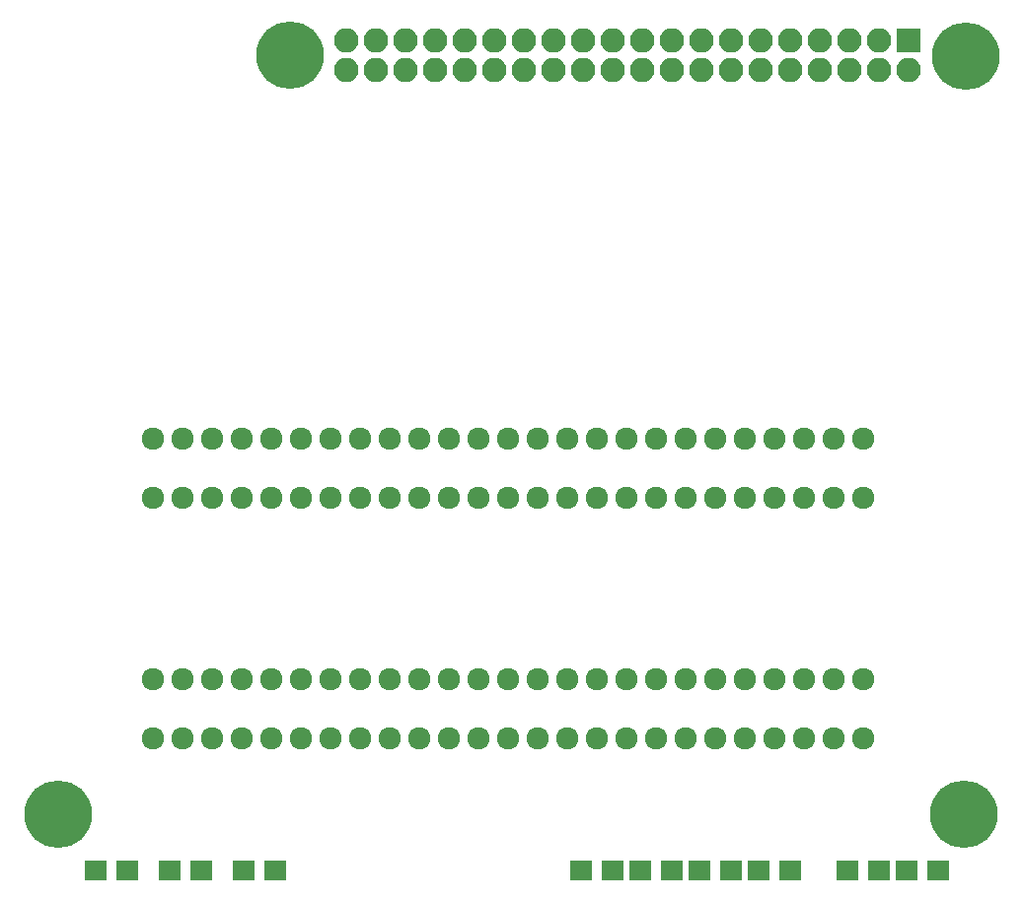
<source format=gbr>
G04 #@! TF.FileFunction,Soldermask,Top*
%FSLAX46Y46*%
G04 Gerber Fmt 4.6, Leading zero omitted, Abs format (unit mm)*
G04 Created by KiCad (PCBNEW 4.0.7) date 05/09/18 01:25:06*
%MOMM*%
%LPD*%
G01*
G04 APERTURE LIST*
%ADD10C,0.100000*%
%ADD11C,5.800000*%
%ADD12C,1.924000*%
%ADD13R,1.900000X1.700000*%
%ADD14R,2.100000X2.100000*%
%ADD15O,2.100000X2.100000*%
G04 APERTURE END LIST*
D10*
D11*
X210312000Y-122174000D03*
X132588000Y-122174000D03*
X152459000Y-56992500D03*
D12*
X201676000Y-110561000D03*
X201676000Y-115641000D03*
X199136000Y-110561000D03*
X199136000Y-115641000D03*
X196596000Y-110561000D03*
X196596000Y-115641000D03*
X194056000Y-110561000D03*
X194056000Y-115641000D03*
X191516000Y-110561000D03*
X191516000Y-115641000D03*
X188976000Y-110561000D03*
X188976000Y-115641000D03*
X186436000Y-110561000D03*
X186436000Y-115641000D03*
X183896000Y-110561000D03*
X183896000Y-115641000D03*
X181356000Y-110561000D03*
X181356000Y-115641000D03*
X178816000Y-110561000D03*
X178816000Y-115641000D03*
X176276000Y-110561000D03*
X176276000Y-115641000D03*
X173736000Y-110561000D03*
X173736000Y-115641000D03*
X171196000Y-110561000D03*
X171196000Y-115641000D03*
X168656000Y-110561000D03*
X168656000Y-115641000D03*
X166116000Y-110561000D03*
X166116000Y-115641000D03*
X163576000Y-110561000D03*
X163576000Y-115641000D03*
X161036000Y-110561000D03*
X161036000Y-115641000D03*
X158496000Y-110561000D03*
X158496000Y-115641000D03*
X155956000Y-110561000D03*
X155956000Y-115641000D03*
X153416000Y-110561000D03*
X153416000Y-115641000D03*
X150876000Y-110561000D03*
X150876000Y-115641000D03*
X148336000Y-110561000D03*
X148336000Y-115641000D03*
X145796000Y-110561000D03*
X145796000Y-115641000D03*
X143256000Y-110561000D03*
X143256000Y-115641000D03*
X140716000Y-110561000D03*
X140716000Y-115641000D03*
X201676000Y-89916000D03*
X201676000Y-94996000D03*
X199136000Y-89916000D03*
X199136000Y-94996000D03*
X196596000Y-89916000D03*
X196596000Y-94996000D03*
X194056000Y-89916000D03*
X194056000Y-94996000D03*
X191516000Y-89916000D03*
X191516000Y-94996000D03*
X188976000Y-89916000D03*
X188976000Y-94996000D03*
X186436000Y-89916000D03*
X186436000Y-94996000D03*
X183896000Y-89916000D03*
X183896000Y-94996000D03*
X181356000Y-89916000D03*
X181356000Y-94996000D03*
X178816000Y-89916000D03*
X178816000Y-94996000D03*
X176276000Y-89916000D03*
X176276000Y-94996000D03*
X173736000Y-89916000D03*
X173736000Y-94996000D03*
X171196000Y-89916000D03*
X171196000Y-94996000D03*
X168656000Y-89916000D03*
X168656000Y-94996000D03*
X166116000Y-89916000D03*
X166116000Y-94996000D03*
X163576000Y-89916000D03*
X163576000Y-94996000D03*
X161036000Y-89916000D03*
X161036000Y-94996000D03*
X158496000Y-89916000D03*
X158496000Y-94996000D03*
X155956000Y-89916000D03*
X155956000Y-94996000D03*
X153416000Y-89916000D03*
X153416000Y-94996000D03*
X150876000Y-89916000D03*
X150876000Y-94996000D03*
X148336000Y-89916000D03*
X148336000Y-94996000D03*
X145796000Y-89916000D03*
X145796000Y-94996000D03*
X143256000Y-89916000D03*
X143256000Y-94996000D03*
X140716000Y-89916000D03*
X140716000Y-94996000D03*
D13*
X208106000Y-127000000D03*
X205406000Y-127000000D03*
X203026000Y-127000000D03*
X200326000Y-127000000D03*
X195406000Y-127000000D03*
X192706000Y-127000000D03*
X190326000Y-127000000D03*
X187626000Y-127000000D03*
X185246000Y-127000000D03*
X182546000Y-127000000D03*
X180166000Y-127000000D03*
X177466000Y-127000000D03*
X151210000Y-127000000D03*
X148510000Y-127000000D03*
X144860000Y-127000000D03*
X142160000Y-127000000D03*
X138510000Y-127000000D03*
X135810000Y-127000000D03*
D11*
X210483000Y-57023000D03*
D14*
X205572000Y-55727600D03*
D15*
X205572000Y-58267600D03*
X203032000Y-55727600D03*
X203032000Y-58267600D03*
X200492000Y-55727600D03*
X200492000Y-58267600D03*
X197952000Y-55727600D03*
X197952000Y-58267600D03*
X195412000Y-55727600D03*
X195412000Y-58267600D03*
X192872000Y-55727600D03*
X192872000Y-58267600D03*
X190332000Y-55727600D03*
X190332000Y-58267600D03*
X187792000Y-55727600D03*
X187792000Y-58267600D03*
X185252000Y-55727600D03*
X185252000Y-58267600D03*
X182712000Y-55727600D03*
X182712000Y-58267600D03*
X180172000Y-55727600D03*
X180172000Y-58267600D03*
X177632000Y-55727600D03*
X177632000Y-58267600D03*
X175092000Y-55727600D03*
X175092000Y-58267600D03*
X172552000Y-55727600D03*
X172552000Y-58267600D03*
X170012000Y-55727600D03*
X170012000Y-58267600D03*
X167472000Y-55727600D03*
X167472000Y-58267600D03*
X164932000Y-55727600D03*
X164932000Y-58267600D03*
X162392000Y-55727600D03*
X162392000Y-58267600D03*
X159852000Y-55727600D03*
X159852000Y-58267600D03*
X157312000Y-55727600D03*
X157312000Y-58267600D03*
M02*

</source>
